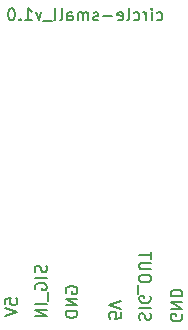
<source format=gbo>
%TF.GenerationSoftware,KiCad,Pcbnew,6.0.4-6f826c9f35~116~ubuntu20.04.1*%
%TF.CreationDate,2022-04-29T21:51:39-06:00*%
%TF.ProjectId,circle-small,63697263-6c65-42d7-936d-616c6c2e6b69,rev?*%
%TF.SameCoordinates,Original*%
%TF.FileFunction,Legend,Bot*%
%TF.FilePolarity,Positive*%
%FSLAX46Y46*%
G04 Gerber Fmt 4.6, Leading zero omitted, Abs format (unit mm)*
G04 Created by KiCad (PCBNEW 6.0.4-6f826c9f35~116~ubuntu20.04.1) date 2022-04-29 21:51:39*
%MOMM*%
%LPD*%
G01*
G04 APERTURE LIST*
%ADD10C,0.150000*%
%ADD11R,1.700000X1.700000*%
%ADD12O,1.700000X1.700000*%
%ADD13C,3.200000*%
G04 APERTURE END LIST*
D10*
X56895238Y-67233333D02*
X56847619Y-67090476D01*
X56847619Y-66852380D01*
X56895238Y-66757142D01*
X56942857Y-66709523D01*
X57038095Y-66661904D01*
X57133333Y-66661904D01*
X57228571Y-66709523D01*
X57276190Y-66757142D01*
X57323809Y-66852380D01*
X57371428Y-67042857D01*
X57419047Y-67138095D01*
X57466666Y-67185714D01*
X57561904Y-67233333D01*
X57657142Y-67233333D01*
X57752380Y-67185714D01*
X57800000Y-67138095D01*
X57847619Y-67042857D01*
X57847619Y-66804761D01*
X57800000Y-66661904D01*
X56847619Y-66233333D02*
X57847619Y-66233333D01*
X57800000Y-65233333D02*
X57847619Y-65328571D01*
X57847619Y-65471428D01*
X57800000Y-65614285D01*
X57704761Y-65709523D01*
X57609523Y-65757142D01*
X57419047Y-65804761D01*
X57276190Y-65804761D01*
X57085714Y-65757142D01*
X56990476Y-65709523D01*
X56895238Y-65614285D01*
X56847619Y-65471428D01*
X56847619Y-65376190D01*
X56895238Y-65233333D01*
X56942857Y-65185714D01*
X57276190Y-65185714D01*
X57276190Y-65376190D01*
X56752380Y-64995238D02*
X56752380Y-64233333D01*
X57847619Y-63804761D02*
X57847619Y-63614285D01*
X57800000Y-63519047D01*
X57704761Y-63423809D01*
X57514285Y-63376190D01*
X57180952Y-63376190D01*
X56990476Y-63423809D01*
X56895238Y-63519047D01*
X56847619Y-63614285D01*
X56847619Y-63804761D01*
X56895238Y-63900000D01*
X56990476Y-63995238D01*
X57180952Y-64042857D01*
X57514285Y-64042857D01*
X57704761Y-63995238D01*
X57800000Y-63900000D01*
X57847619Y-63804761D01*
X57847619Y-62947619D02*
X57038095Y-62947619D01*
X56942857Y-62900000D01*
X56895238Y-62852380D01*
X56847619Y-62757142D01*
X56847619Y-62566666D01*
X56895238Y-62471428D01*
X56942857Y-62423809D01*
X57038095Y-62376190D01*
X57847619Y-62376190D01*
X57847619Y-62042857D02*
X57847619Y-61471428D01*
X56847619Y-61757142D02*
X57847619Y-61757142D01*
X48989761Y-62633333D02*
X49037380Y-62776190D01*
X49037380Y-63014285D01*
X48989761Y-63109523D01*
X48942142Y-63157142D01*
X48846904Y-63204761D01*
X48751666Y-63204761D01*
X48656428Y-63157142D01*
X48608809Y-63109523D01*
X48561190Y-63014285D01*
X48513571Y-62823809D01*
X48465952Y-62728571D01*
X48418333Y-62680952D01*
X48323095Y-62633333D01*
X48227857Y-62633333D01*
X48132619Y-62680952D01*
X48085000Y-62728571D01*
X48037380Y-62823809D01*
X48037380Y-63061904D01*
X48085000Y-63204761D01*
X49037380Y-63633333D02*
X48037380Y-63633333D01*
X48085000Y-64633333D02*
X48037380Y-64538095D01*
X48037380Y-64395238D01*
X48085000Y-64252380D01*
X48180238Y-64157142D01*
X48275476Y-64109523D01*
X48465952Y-64061904D01*
X48608809Y-64061904D01*
X48799285Y-64109523D01*
X48894523Y-64157142D01*
X48989761Y-64252380D01*
X49037380Y-64395238D01*
X49037380Y-64490476D01*
X48989761Y-64633333D01*
X48942142Y-64680952D01*
X48608809Y-64680952D01*
X48608809Y-64490476D01*
X49132619Y-64871428D02*
X49132619Y-65633333D01*
X49037380Y-65871428D02*
X48037380Y-65871428D01*
X49037380Y-66347619D02*
X48037380Y-66347619D01*
X49037380Y-66919047D01*
X48037380Y-66919047D01*
X50685000Y-64938095D02*
X50637380Y-64842857D01*
X50637380Y-64700000D01*
X50685000Y-64557142D01*
X50780238Y-64461904D01*
X50875476Y-64414285D01*
X51065952Y-64366666D01*
X51208809Y-64366666D01*
X51399285Y-64414285D01*
X51494523Y-64461904D01*
X51589761Y-64557142D01*
X51637380Y-64700000D01*
X51637380Y-64795238D01*
X51589761Y-64938095D01*
X51542142Y-64985714D01*
X51208809Y-64985714D01*
X51208809Y-64795238D01*
X51637380Y-65414285D02*
X50637380Y-65414285D01*
X51637380Y-65985714D01*
X50637380Y-65985714D01*
X51637380Y-66461904D02*
X50637380Y-66461904D01*
X50637380Y-66700000D01*
X50685000Y-66842857D01*
X50780238Y-66938095D01*
X50875476Y-66985714D01*
X51065952Y-67033333D01*
X51208809Y-67033333D01*
X51399285Y-66985714D01*
X51494523Y-66938095D01*
X51589761Y-66842857D01*
X51637380Y-66700000D01*
X51637380Y-66461904D01*
X58347619Y-41804761D02*
X58442857Y-41852380D01*
X58633333Y-41852380D01*
X58728571Y-41804761D01*
X58776190Y-41757142D01*
X58823809Y-41661904D01*
X58823809Y-41376190D01*
X58776190Y-41280952D01*
X58728571Y-41233333D01*
X58633333Y-41185714D01*
X58442857Y-41185714D01*
X58347619Y-41233333D01*
X57919047Y-41852380D02*
X57919047Y-41185714D01*
X57919047Y-40852380D02*
X57966666Y-40900000D01*
X57919047Y-40947619D01*
X57871428Y-40900000D01*
X57919047Y-40852380D01*
X57919047Y-40947619D01*
X57442857Y-41852380D02*
X57442857Y-41185714D01*
X57442857Y-41376190D02*
X57395238Y-41280952D01*
X57347619Y-41233333D01*
X57252380Y-41185714D01*
X57157142Y-41185714D01*
X56395238Y-41804761D02*
X56490476Y-41852380D01*
X56680952Y-41852380D01*
X56776190Y-41804761D01*
X56823809Y-41757142D01*
X56871428Y-41661904D01*
X56871428Y-41376190D01*
X56823809Y-41280952D01*
X56776190Y-41233333D01*
X56680952Y-41185714D01*
X56490476Y-41185714D01*
X56395238Y-41233333D01*
X55823809Y-41852380D02*
X55919047Y-41804761D01*
X55966666Y-41709523D01*
X55966666Y-40852380D01*
X55061904Y-41804761D02*
X55157142Y-41852380D01*
X55347619Y-41852380D01*
X55442857Y-41804761D01*
X55490476Y-41709523D01*
X55490476Y-41328571D01*
X55442857Y-41233333D01*
X55347619Y-41185714D01*
X55157142Y-41185714D01*
X55061904Y-41233333D01*
X55014285Y-41328571D01*
X55014285Y-41423809D01*
X55490476Y-41519047D01*
X54585714Y-41471428D02*
X53823809Y-41471428D01*
X53395238Y-41804761D02*
X53300000Y-41852380D01*
X53109523Y-41852380D01*
X53014285Y-41804761D01*
X52966666Y-41709523D01*
X52966666Y-41661904D01*
X53014285Y-41566666D01*
X53109523Y-41519047D01*
X53252380Y-41519047D01*
X53347619Y-41471428D01*
X53395238Y-41376190D01*
X53395238Y-41328571D01*
X53347619Y-41233333D01*
X53252380Y-41185714D01*
X53109523Y-41185714D01*
X53014285Y-41233333D01*
X52538095Y-41852380D02*
X52538095Y-41185714D01*
X52538095Y-41280952D02*
X52490476Y-41233333D01*
X52395238Y-41185714D01*
X52252380Y-41185714D01*
X52157142Y-41233333D01*
X52109523Y-41328571D01*
X52109523Y-41852380D01*
X52109523Y-41328571D02*
X52061904Y-41233333D01*
X51966666Y-41185714D01*
X51823809Y-41185714D01*
X51728571Y-41233333D01*
X51680952Y-41328571D01*
X51680952Y-41852380D01*
X50776190Y-41852380D02*
X50776190Y-41328571D01*
X50823809Y-41233333D01*
X50919047Y-41185714D01*
X51109523Y-41185714D01*
X51204761Y-41233333D01*
X50776190Y-41804761D02*
X50871428Y-41852380D01*
X51109523Y-41852380D01*
X51204761Y-41804761D01*
X51252380Y-41709523D01*
X51252380Y-41614285D01*
X51204761Y-41519047D01*
X51109523Y-41471428D01*
X50871428Y-41471428D01*
X50776190Y-41423809D01*
X50157142Y-41852380D02*
X50252380Y-41804761D01*
X50300000Y-41709523D01*
X50300000Y-40852380D01*
X49633333Y-41852380D02*
X49728571Y-41804761D01*
X49776190Y-41709523D01*
X49776190Y-40852380D01*
X49490476Y-41947619D02*
X48728571Y-41947619D01*
X48585714Y-41185714D02*
X48347619Y-41852380D01*
X48109523Y-41185714D01*
X47204761Y-41852380D02*
X47776190Y-41852380D01*
X47490476Y-41852380D02*
X47490476Y-40852380D01*
X47585714Y-40995238D01*
X47680952Y-41090476D01*
X47776190Y-41138095D01*
X46776190Y-41757142D02*
X46728571Y-41804761D01*
X46776190Y-41852380D01*
X46823809Y-41804761D01*
X46776190Y-41757142D01*
X46776190Y-41852380D01*
X46109523Y-40852380D02*
X46014285Y-40852380D01*
X45919047Y-40900000D01*
X45871428Y-40947619D01*
X45823809Y-41042857D01*
X45776190Y-41233333D01*
X45776190Y-41471428D01*
X45823809Y-41661904D01*
X45871428Y-41757142D01*
X45919047Y-41804761D01*
X46014285Y-41852380D01*
X46109523Y-41852380D01*
X46204761Y-41804761D01*
X46252380Y-41757142D01*
X46300000Y-41661904D01*
X46347619Y-41471428D01*
X46347619Y-41233333D01*
X46300000Y-41042857D01*
X46252380Y-40947619D01*
X46204761Y-40900000D01*
X46109523Y-40852380D01*
X45537380Y-65909523D02*
X45537380Y-65433333D01*
X46013571Y-65385714D01*
X45965952Y-65433333D01*
X45918333Y-65528571D01*
X45918333Y-65766666D01*
X45965952Y-65861904D01*
X46013571Y-65909523D01*
X46108809Y-65957142D01*
X46346904Y-65957142D01*
X46442142Y-65909523D01*
X46489761Y-65861904D01*
X46537380Y-65766666D01*
X46537380Y-65528571D01*
X46489761Y-65433333D01*
X46442142Y-65385714D01*
X45537380Y-66242857D02*
X46537380Y-66576190D01*
X45537380Y-66909523D01*
X55322619Y-66590476D02*
X55322619Y-67066666D01*
X54846428Y-67114285D01*
X54894047Y-67066666D01*
X54941666Y-66971428D01*
X54941666Y-66733333D01*
X54894047Y-66638095D01*
X54846428Y-66590476D01*
X54751190Y-66542857D01*
X54513095Y-66542857D01*
X54417857Y-66590476D01*
X54370238Y-66638095D01*
X54322619Y-66733333D01*
X54322619Y-66971428D01*
X54370238Y-67066666D01*
X54417857Y-67114285D01*
X55322619Y-66257142D02*
X54322619Y-65923809D01*
X55322619Y-65590476D01*
X60475000Y-66761904D02*
X60522619Y-66857142D01*
X60522619Y-67000000D01*
X60475000Y-67142857D01*
X60379761Y-67238095D01*
X60284523Y-67285714D01*
X60094047Y-67333333D01*
X59951190Y-67333333D01*
X59760714Y-67285714D01*
X59665476Y-67238095D01*
X59570238Y-67142857D01*
X59522619Y-67000000D01*
X59522619Y-66904761D01*
X59570238Y-66761904D01*
X59617857Y-66714285D01*
X59951190Y-66714285D01*
X59951190Y-66904761D01*
X59522619Y-66285714D02*
X60522619Y-66285714D01*
X59522619Y-65714285D01*
X60522619Y-65714285D01*
X59522619Y-65238095D02*
X60522619Y-65238095D01*
X60522619Y-65000000D01*
X60475000Y-64857142D01*
X60379761Y-64761904D01*
X60284523Y-64714285D01*
X60094047Y-64666666D01*
X59951190Y-64666666D01*
X59760714Y-64714285D01*
X59665476Y-64761904D01*
X59570238Y-64857142D01*
X59522619Y-65000000D01*
X59522619Y-65238095D01*
%LPC*%
D11*
%TO.C,J2*%
X59900000Y-69000000D03*
D12*
X57360000Y-69000000D03*
X54820000Y-69000000D03*
%TD*%
D13*
%TO.C,H1*%
X53100000Y-60500000D03*
%TD*%
%TO.C,H3*%
X39100000Y-44000000D03*
%TD*%
D11*
%TO.C,J1*%
X51100000Y-69000000D03*
D12*
X48560000Y-69000000D03*
X46020000Y-69000000D03*
%TD*%
D13*
%TO.C,H2*%
X66800000Y-44000000D03*
%TD*%
M02*

</source>
